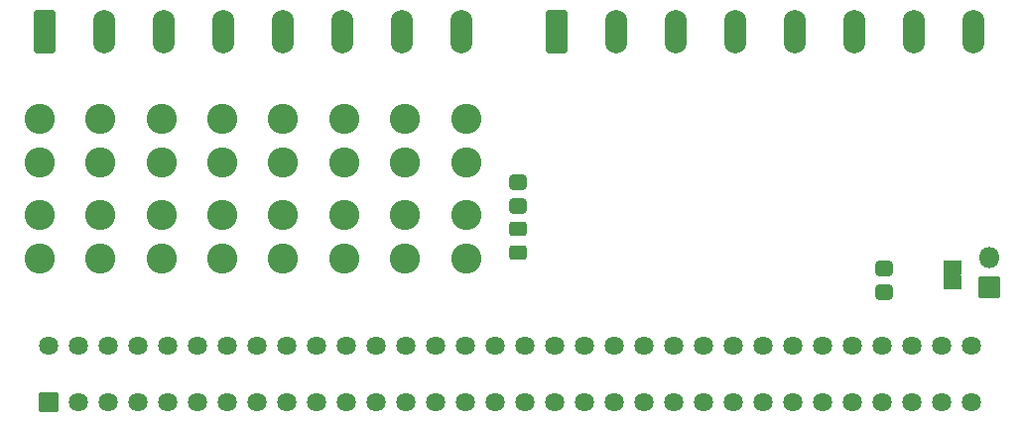
<source format=gbr>
G04 #@! TF.GenerationSoftware,KiCad,Pcbnew,(6.0.4)*
G04 #@! TF.CreationDate,2022-05-01T23:11:05-04:00*
G04 #@! TF.ProjectId,Power_Breakout,506f7765-725f-4427-9265-616b6f75742e,v1*
G04 #@! TF.SameCoordinates,Original*
G04 #@! TF.FileFunction,Soldermask,Top*
G04 #@! TF.FilePolarity,Negative*
%FSLAX46Y46*%
G04 Gerber Fmt 4.6, Leading zero omitted, Abs format (unit mm)*
G04 Created by KiCad (PCBNEW (6.0.4)) date 2022-05-01 23:11:05*
%MOMM*%
%LPD*%
G01*
G04 APERTURE LIST*
G04 Aperture macros list*
%AMRoundRect*
0 Rectangle with rounded corners*
0 $1 Rounding radius*
0 $2 $3 $4 $5 $6 $7 $8 $9 X,Y pos of 4 corners*
0 Add a 4 corners polygon primitive as box body*
4,1,4,$2,$3,$4,$5,$6,$7,$8,$9,$2,$3,0*
0 Add four circle primitives for the rounded corners*
1,1,$1+$1,$2,$3*
1,1,$1+$1,$4,$5*
1,1,$1+$1,$6,$7*
1,1,$1+$1,$8,$9*
0 Add four rect primitives between the rounded corners*
20,1,$1+$1,$2,$3,$4,$5,0*
20,1,$1+$1,$4,$5,$6,$7,0*
20,1,$1+$1,$6,$7,$8,$9,0*
20,1,$1+$1,$8,$9,$2,$3,0*%
G04 Aperture macros list end*
%ADD10RoundRect,0.301000X0.450000X-0.350000X0.450000X0.350000X-0.450000X0.350000X-0.450000X-0.350000X0*%
%ADD11RoundRect,0.301000X0.450000X-0.325000X0.450000X0.325000X-0.450000X0.325000X-0.450000X-0.325000X0*%
%ADD12RoundRect,0.301000X-0.450000X0.350000X-0.450000X-0.350000X0.450000X-0.350000X0.450000X0.350000X0*%
%ADD13RoundRect,0.051000X-0.765000X-0.765000X0.765000X-0.765000X0.765000X0.765000X-0.765000X0.765000X0*%
%ADD14C,1.632000*%
%ADD15RoundRect,0.301000X-0.650000X-1.550000X0.650000X-1.550000X0.650000X1.550000X-0.650000X1.550000X0*%
%ADD16O,1.902000X3.702000*%
%ADD17C,2.577000*%
%ADD18RoundRect,0.051000X0.850000X0.850000X-0.850000X0.850000X-0.850000X-0.850000X0.850000X-0.850000X0*%
%ADD19O,1.802000X1.802000*%
%ADD20RoundRect,0.051000X0.750000X-0.500000X0.750000X0.500000X-0.750000X0.500000X-0.750000X-0.500000X0*%
G04 APERTURE END LIST*
D10*
X191700000Y-150250000D03*
X191700000Y-148250000D03*
D11*
X160400000Y-146850000D03*
X160400000Y-144800000D03*
D12*
X160400000Y-140900000D03*
X160400000Y-142900000D03*
D13*
X120396000Y-159671400D03*
D14*
X122936000Y-159671400D03*
X125476000Y-159671400D03*
X128016000Y-159671400D03*
X130556000Y-159671400D03*
X133096000Y-159671400D03*
X135636000Y-159671400D03*
X138176000Y-159671400D03*
X140716000Y-159671400D03*
X143256000Y-159671400D03*
X145796000Y-159671400D03*
X148336000Y-159671400D03*
X150876000Y-159671400D03*
X153416000Y-159671400D03*
X155956000Y-159671400D03*
X158496000Y-159671400D03*
X161036000Y-159671400D03*
X163576000Y-159671400D03*
X166116000Y-159671400D03*
X168656000Y-159671400D03*
X171196000Y-159671400D03*
X173736000Y-159671400D03*
X176276000Y-159671400D03*
X178816000Y-159671400D03*
X181356000Y-159671400D03*
X183896000Y-159671400D03*
X186436000Y-159671400D03*
X188976000Y-159671400D03*
X191516000Y-159671400D03*
X194056000Y-159671400D03*
X196596000Y-159671400D03*
X199136000Y-159671400D03*
X199136000Y-154831400D03*
X196596000Y-154831400D03*
X194056000Y-154831400D03*
X191516000Y-154831400D03*
X188976000Y-154831400D03*
X186436000Y-154831400D03*
X183896000Y-154831400D03*
X181356000Y-154831400D03*
X178816000Y-154831400D03*
X176276000Y-154831400D03*
X173736000Y-154831400D03*
X171196000Y-154831400D03*
X168656000Y-154831400D03*
X166116000Y-154831400D03*
X163576000Y-154831400D03*
X161036000Y-154831400D03*
X158496000Y-154831400D03*
X155956000Y-154831400D03*
X153416000Y-154831400D03*
X150876000Y-154831400D03*
X148336000Y-154831400D03*
X145796000Y-154831400D03*
X143256000Y-154831400D03*
X140716000Y-154831400D03*
X138176000Y-154831400D03*
X135636000Y-154831400D03*
X133096000Y-154831400D03*
X130556000Y-154831400D03*
X128016000Y-154831400D03*
X125476000Y-154831400D03*
X122936000Y-154831400D03*
X120396000Y-154831400D03*
D15*
X163687500Y-127950000D03*
D16*
X168767500Y-127950000D03*
X173847500Y-127950000D03*
X178927500Y-127950000D03*
X184007500Y-127950000D03*
X189087500Y-127950000D03*
X194167500Y-127950000D03*
X199247500Y-127950000D03*
D17*
X135200000Y-147350000D03*
X135200000Y-143650000D03*
X135200000Y-139150000D03*
X135200000Y-135450000D03*
X124800000Y-147350000D03*
X124800000Y-143650000D03*
X124800000Y-139150000D03*
X124800000Y-135450000D03*
X150800000Y-147366790D03*
X150800000Y-143666790D03*
X150800000Y-139166790D03*
X150800000Y-135466790D03*
D15*
X120000000Y-127950000D03*
D16*
X125080000Y-127950000D03*
X130160000Y-127950000D03*
X135240000Y-127950000D03*
X140320000Y-127950000D03*
X145400000Y-127950000D03*
X150480000Y-127950000D03*
X155560000Y-127950000D03*
D17*
X140400000Y-147366790D03*
X140400000Y-143666790D03*
X140400000Y-139166790D03*
X140400000Y-135466790D03*
X145600000Y-147366790D03*
X145600000Y-143666790D03*
X145600000Y-139166790D03*
X145600000Y-135466790D03*
X119600000Y-147350000D03*
X119600000Y-143650000D03*
X119600000Y-139150000D03*
X119600000Y-135450000D03*
X156000000Y-147366790D03*
X156000000Y-143666790D03*
X156000000Y-139166790D03*
X156000000Y-135466790D03*
D18*
X200650000Y-149875000D03*
D19*
X200650000Y-147335000D03*
D17*
X130000000Y-147350000D03*
X130000000Y-143650000D03*
X130000000Y-139150000D03*
X130000000Y-135450000D03*
D20*
X197500000Y-149450000D03*
X197500000Y-148150000D03*
G36*
X198266668Y-148696665D02*
G01*
X198267058Y-148698627D01*
X198266699Y-148699267D01*
X198223511Y-148750946D01*
X198214880Y-148819661D01*
X198244844Y-148882291D01*
X198265682Y-148900348D01*
X198266336Y-148902238D01*
X198265026Y-148903749D01*
X198263982Y-148903821D01*
X198249801Y-148901000D01*
X196750199Y-148901000D01*
X196735226Y-148903978D01*
X196733332Y-148903335D01*
X196732942Y-148901373D01*
X196733301Y-148900733D01*
X196776489Y-148849054D01*
X196785120Y-148780339D01*
X196755156Y-148717709D01*
X196734318Y-148699652D01*
X196733664Y-148697762D01*
X196734974Y-148696251D01*
X196736018Y-148696179D01*
X196750199Y-148699000D01*
X198249801Y-148699000D01*
X198264774Y-148696022D01*
X198266668Y-148696665D01*
G37*
M02*

</source>
